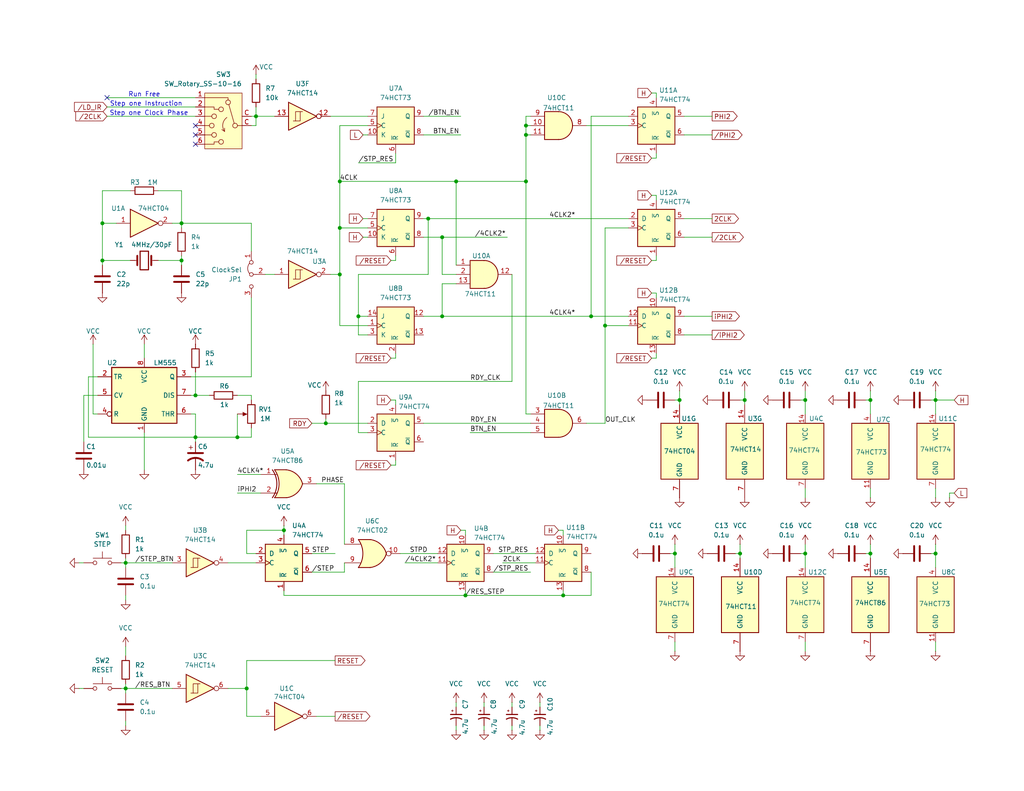
<source format=kicad_sch>
(kicad_sch (version 20250114) (generator "eeschema") (generator_version "9.0")
  (paper "A")
  (title_block (title "TTL 6510 Computer") (date "2025-10-20") (rev "B") (company "Stefan Warnke") (comment 9 "CPU_6502_Opcodes.txt"))
  (text "Run Free" (at 39.37 25.908 0) (effects (font (size 1.27 1.27))))
  (text "Step one Clock Phase" (at 40.64 30.988 0) (effects (font (size 1.27 1.27))))
  (text "Step one Instruction" (at 39.878 28.448 0) (effects (font (size 1.27 1.27))))
  (junction (at 237.49 151.13))
  (junction (at 53.34 119.38))
  (junction (at 49.53 71.12))
  (junction (at 92.71 74.93))
  (junction (at 34.29 187.96))
  (junction (at 97.79 86.36))
  (junction (at 27.94 60.96))
  (junction (at 203.2 109.22))
  (junction (at 77.47 144.78))
  (junction (at 53.34 107.95))
  (junction (at 143.51 36.83))
  (junction (at 237.49 109.22))
  (junction (at 69.85 31.75))
  (junction (at 219.71 109.22))
  (junction (at 165.1 88.9))
  (junction (at 27.94 71.12))
  (junction (at 49.53 60.96))
  (junction (at 92.71 62.23))
  (junction (at 88.9 115.57))
  (junction (at 161.29 86.36))
  (junction (at 201.93 151.13))
  (junction (at 127 162.56))
  (junction (at 116.84 59.69))
  (junction (at 185.42 109.22))
  (junction (at 64.77 119.38))
  (junction (at 34.29 153.67))
  (junction (at 67.31 187.96))
  (junction (at 184.15 151.13))
  (junction (at 219.71 151.13))
  (junction (at 255.27 151.13))
  (junction (at 143.51 34.29))
  (junction (at 124.46 49.53))
  (junction (at 120.65 86.36))
  (junction (at 143.51 49.53))
  (junction (at 255.27 109.22))
  (junction (at 153.67 162.56))
  (junction (at 92.71 49.53))
  (junction (at 120.65 64.77))
  (no_connect (at 53.34 39.37))
  (no_connect (at 53.34 36.83))
  (no_connect (at 29.21 26.67))
  (no_connect (at 53.34 34.29))
  (bus_entry (at 355.6 139.7) (size 2.54 2.54))
  (bus_entry (at 342.9 177.8) (size 2.54 2.54))
  (wire (pts (xy 260.35 134.62) (xy 259.08 134.62)))
  (wire (pts (xy 161.29 31.75) (xy 161.29 86.36)))
  (wire (pts (xy 24.13 119.38) (xy 53.34 119.38)))
  (wire (pts (xy 143.51 49.53) (xy 143.51 113.03)))
  (wire (pts (xy 124.46 49.53) (xy 124.46 72.39)))
  (wire (pts (xy 182.88 151.13) (xy 184.15 151.13)))
  (wire (pts (xy 67.31 187.96) (xy 67.31 195.58)))
  (wire (pts (xy 153.67 162.56) (xy 161.29 162.56)))
  (wire (pts (xy 218.44 151.13) (xy 219.71 151.13)))
  (wire (pts (xy 27.94 71.12) (xy 27.94 60.96)))
  (wire (pts (xy 255.27 148.59) (xy 255.27 151.13)))
  (wire (pts (xy 115.57 59.69) (xy 116.84 59.69)))
  (wire (pts (xy 255.27 113.03) (xy 255.27 109.22)))
  (wire (pts (xy 92.71 74.93) (xy 92.71 88.9)))
  (wire (pts (xy 93.98 132.08) (xy 93.98 148.59)))
  (wire (pts (xy 92.71 49.53) (xy 124.46 49.53)))
  (wire (pts (xy 92.71 34.29) (xy 100.33 34.29)))
  (wire (pts (xy 85.09 151.13) (xy 91.44 151.13)))
  (wire (pts (xy 27.94 60.96) (xy 31.75 60.96)))
  (wire (pts (xy 120.65 64.77) (xy 115.57 64.77)))
  (wire (pts (xy 92.71 62.23) (xy 92.71 74.93)))
  (wire (pts (xy 85.09 156.21) (xy 93.98 156.21)))
  (wire (pts (xy 52.07 102.87) (xy 68.58 102.87)))
  (wire (pts (xy 69.85 31.75) (xy 69.85 34.29)))
  (wire (pts (xy 165.1 115.57) (xy 165.1 88.9)))
  (wire (pts (xy 99.06 36.83) (xy 100.33 36.83)))
  (wire (pts (xy 255.27 106.68) (xy 255.27 109.22)))
  (wire (pts (xy 27.94 60.96) (xy 27.94 52.07)))
  (wire (pts (xy 107.95 97.79) (xy 106.68 97.79)))
  (wire (pts (xy 255.27 109.22) (xy 260.35 109.22)))
  (wire (pts (xy 107.95 96.52) (xy 107.95 97.79)))
  (wire (pts (xy 64.77 113.03) (xy 64.77 119.38)))
  (wire (pts (xy 110.49 153.67) (xy 119.38 153.67)))
  (wire (pts (xy 147.32 198.12) (xy 147.32 199.39)))
  (wire (pts (xy 203.2 109.22) (xy 203.2 110.49)))
  (wire (pts (xy 177.8 80.01) (xy 179.07 80.01)))
  (wire (pts (xy 109.22 151.13) (xy 119.38 151.13)))
  (wire (pts (xy 68.58 102.87) (xy 68.58 81.28)))
  (wire (pts (xy 69.85 151.13) (xy 67.31 151.13)))
  (wire (pts (xy 115.57 31.75) (xy 125.73 31.75)))
  (wire (pts (xy 255.27 151.13) (xy 255.27 154.94)))
  (wire (pts (xy 237.49 106.68) (xy 237.49 109.22)))
  (wire (pts (xy 92.71 88.9) (xy 100.33 88.9)))
  (wire (pts (xy 92.71 34.29) (xy 92.71 49.53)))
  (wire (pts (xy 97.79 86.36) (xy 97.79 91.44)))
  (wire (pts (xy 143.51 36.83) (xy 143.51 49.53)))
  (wire (pts (xy 88.9 114.3) (xy 88.9 115.57)))
  (wire (pts (xy 177.8 25.4) (xy 179.07 25.4)))
  (wire (pts (xy 67.31 144.78) (xy 77.47 144.78)))
  (wire (pts (xy 124.46 191.77) (xy 124.46 193.04)))
  (wire (pts (xy 67.31 180.34) (xy 91.44 180.34)))
  (wire (pts (xy 179.07 71.12) (xy 177.8 71.12)))
  (wire (pts (xy 127 146.05) (xy 127 144.78)))
  (wire (pts (xy 143.51 34.29) (xy 144.78 34.29)))
  (wire (pts (xy 203.2 106.68) (xy 203.2 109.22)))
  (wire (pts (xy 62.23 187.96) (xy 67.31 187.96)))
  (wire (pts (xy 53.34 119.38) (xy 64.77 119.38)))
  (wire (pts (xy 64.77 119.38) (xy 68.58 119.38)))
  (wire (pts (xy 171.45 31.75) (xy 161.29 31.75)))
  (wire (pts (xy 143.51 31.75) (xy 143.51 34.29)))
  (wire (pts (xy 27.94 52.07) (xy 35.56 52.07)))
  (wire (pts (xy 184.15 109.22) (xy 185.42 109.22)))
  (wire (pts (xy 49.53 60.96) (xy 49.53 52.07)))
  (wire (pts (xy 22.86 107.95) (xy 22.86 120.65)))
  (wire (pts (xy 24.13 102.87) (xy 24.13 119.38)))
  (wire (pts (xy 93.98 153.67) (xy 93.98 156.21)))
  (wire (pts (xy 237.49 133.35) (xy 237.49 135.89)))
  (wire (pts (xy 139.7 198.12) (xy 139.7 199.39)))
  (wire (pts (xy 77.47 144.78) (xy 77.47 146.05)))
  (wire (pts (xy 69.85 20.32) (xy 69.85 21.59)))
  (wire (pts (xy 152.4 144.78) (xy 153.67 144.78)))
  (wire (pts (xy 124.46 49.53) (xy 143.51 49.53)))
  (wire (pts (xy 26.67 102.87) (xy 24.13 102.87)))
  (wire (pts (xy 179.07 80.01) (xy 179.07 81.28)))
  (wire (pts (xy 116.84 59.69) (xy 116.84 74.93)))
  (wire (pts (xy 68.58 60.96) (xy 68.58 68.58)))
  (wire (pts (xy 90.17 74.93) (xy 92.71 74.93)))
  (wire (pts (xy 46.99 60.96) (xy 49.53 60.96)))
  (wire (pts (xy 115.57 36.83) (xy 125.73 36.83)))
  (wire (pts (xy 25.4 113.03) (xy 25.4 93.98)))
  (wire (pts (xy 254 109.22) (xy 255.27 109.22)))
  (wire (pts (xy 137.16 153.67) (xy 146.05 153.67)))
  (wire (pts (xy 153.67 161.29) (xy 153.67 162.56)))
  (wire (pts (xy 26.67 113.03) (xy 25.4 113.03)))
  (wire (pts (xy 33.02 153.67) (xy 34.29 153.67)))
  (wire (pts (xy 68.58 34.29) (xy 69.85 34.29)))
  (wire (pts (xy 69.85 29.21) (xy 69.85 31.75)))
  (wire (pts (xy 219.71 148.59) (xy 219.71 151.13)))
  (wire (pts (xy 236.22 151.13) (xy 237.49 151.13)))
  (wire (pts (xy 27.94 71.12) (xy 35.56 71.12)))
  (wire (pts (xy 34.29 196.85) (xy 34.29 198.12)))
  (wire (pts (xy 179.07 25.4) (xy 179.07 26.67)))
  (wire (pts (xy 143.51 34.29) (xy 143.51 36.83)))
  (wire (pts (xy 90.17 31.75) (xy 100.33 31.75)))
  (wire (pts (xy 177.8 53.34) (xy 179.07 53.34)))
  (wire (pts (xy 165.1 115.57) (xy 160.02 115.57)))
  (wire (pts (xy 153.67 144.78) (xy 153.67 146.05)))
  (wire (pts (xy 97.79 104.14) (xy 139.7 104.14)))
  (wire (pts (xy 237.49 148.59) (xy 237.49 151.13)))
  (wire (pts (xy 77.47 143.51) (xy 77.47 144.78)))
  (wire (pts (xy 160.02 34.29) (xy 171.45 34.29)))
  (wire (pts (xy 186.69 59.69) (xy 194.31 59.69)))
  (wire (pts (xy 186.69 86.36) (xy 194.31 86.36)))
  (wire (pts (xy 53.34 107.95) (xy 57.15 107.95)))
  (wire (pts (xy 127 162.56) (xy 153.67 162.56)))
  (wire (pts (xy 97.79 118.11) (xy 100.33 118.11)))
  (wire (pts (xy 120.65 77.47) (xy 120.65 86.36)))
  (wire (pts (xy 68.58 31.75) (xy 69.85 31.75)))
  (wire (pts (xy 255.27 133.35) (xy 255.27 135.89)))
  (wire (pts (xy 139.7 191.77) (xy 139.7 193.04)))
  (wire (pts (xy 53.34 119.38) (xy 53.34 120.65)))
  (wire (pts (xy 185.42 109.22) (xy 185.42 110.49)))
  (wire (pts (xy 53.34 101.6) (xy 53.34 107.95)))
  (wire (pts (xy 107.95 41.91) (xy 107.95 44.45)))
  (wire (pts (xy 88.9 115.57) (xy 100.33 115.57)))
  (wire (pts (xy 34.29 153.67) (xy 46.99 153.67)))
  (wire (pts (xy 68.58 60.96) (xy 49.53 60.96)))
  (wire (pts (xy 237.49 152.4) (xy 237.49 151.13)))
  (wire (pts (xy 99.06 64.77) (xy 100.33 64.77)))
  (wire (pts (xy 179.07 97.79) (xy 179.07 96.52)))
  (wire (pts (xy 107.95 109.22) (xy 107.95 110.49)))
  (wire (pts (xy 97.79 104.14) (xy 97.79 118.11)))
  (wire (pts (xy 34.29 152.4) (xy 34.29 153.67)))
  (wire (pts (xy 115.57 86.36) (xy 120.65 86.36)))
  (wire (pts (xy 186.69 64.77) (xy 194.31 64.77)))
  (wire (pts (xy 39.37 93.98) (xy 39.37 97.79)))
  (wire (pts (xy 26.67 107.95) (xy 22.86 107.95)))
  (wire (pts (xy 69.85 31.75) (xy 74.93 31.75)))
  (wire (pts (xy 49.53 71.12) (xy 49.53 72.39)))
  (wire (pts (xy 77.47 161.29) (xy 77.47 162.56)))
  (wire (pts (xy 144.78 31.75) (xy 143.51 31.75)))
  (wire (pts (xy 29.21 29.21) (xy 53.34 29.21)))
  (wire (pts (xy 39.37 118.11) (xy 39.37 128.27)))
  (wire (pts (xy 120.65 74.93) (xy 120.65 64.77)))
  (wire (pts (xy 67.31 180.34) (xy 67.31 187.96)))
  (wire (pts (xy 139.7 74.93) (xy 139.7 104.14)))
  (wire (pts (xy 67.31 151.13) (xy 67.31 144.78)))
  (wire (pts (xy 43.18 71.12) (xy 49.53 71.12)))
  (wire (pts (xy 186.69 91.44) (xy 194.31 91.44)))
  (wire (pts (xy 85.09 115.57) (xy 88.9 115.57)))
  (wire (pts (xy 124.46 77.47) (xy 120.65 77.47)))
  (wire (pts (xy 115.57 115.57) (xy 144.78 115.57)))
  (wire (pts (xy 64.77 107.95) (xy 68.58 107.95)))
  (wire (pts (xy 143.51 36.83) (xy 144.78 36.83)))
  (wire (pts (xy 177.8 97.79) (xy 179.07 97.79)))
  (wire (pts (xy 49.53 52.07) (xy 43.18 52.07)))
  (wire (pts (xy 77.47 162.56) (xy 127 162.56)))
  (wire (pts (xy 71.12 195.58) (xy 67.31 195.58)))
  (wire (pts (xy 201.93 148.59) (xy 201.93 151.13)))
  (wire (pts (xy 161.29 86.36) (xy 171.45 86.36)))
  (wire (pts (xy 147.32 191.77) (xy 147.32 193.04)))
  (wire (pts (xy 124.46 198.12) (xy 124.46 199.39)))
  (wire (pts (xy 179.07 43.18) (xy 179.07 41.91)))
  (wire (pts (xy 68.58 109.22) (xy 68.58 107.95)))
  (wire (pts (xy 29.21 31.75) (xy 53.34 31.75)))
  (wire (pts (xy 99.06 59.69) (xy 100.33 59.69)))
  (wire (pts (xy 165.1 62.23) (xy 171.45 62.23)))
  (wire (pts (xy 86.36 132.08) (xy 93.98 132.08)))
  (wire (pts (xy 34.29 187.96) (xy 46.99 187.96)))
  (wire (pts (xy 120.65 64.77) (xy 138.43 64.77)))
  (wire (pts (xy 107.95 127) (xy 106.68 127)))
  (wire (pts (xy 21.59 153.67) (xy 22.86 153.67)))
  (wire (pts (xy 219.71 109.22) (xy 219.71 113.03)))
  (wire (pts (xy 29.21 26.67) (xy 53.34 26.67)))
  (wire (pts (xy 124.46 74.93) (xy 120.65 74.93)))
  (wire (pts (xy 127 161.29) (xy 127 162.56)))
  (wire (pts (xy 134.62 156.21) (xy 144.78 156.21)))
  (wire (pts (xy 97.79 86.36) (xy 100.33 86.36)))
  (wire (pts (xy 219.71 154.94) (xy 219.71 151.13)))
  (wire (pts (xy 259.08 134.62) (xy 259.08 135.89)))
  (wire (pts (xy 34.29 187.96) (xy 34.29 189.23)))
  (wire (pts (xy 68.58 119.38) (xy 68.58 116.84)))
  (wire (pts (xy 219.71 106.68) (xy 219.71 109.22)))
  (wire (pts (xy 34.29 143.51) (xy 34.29 144.78)))
  (wire (pts (xy 161.29 156.21) (xy 161.29 162.56)))
  (wire (pts (xy 254 151.13) (xy 255.27 151.13)))
  (wire (pts (xy 97.79 44.45) (xy 107.95 44.45)))
  (wire (pts (xy 184.15 175.26) (xy 184.15 177.8)))
  (wire (pts (xy 62.23 153.67) (xy 69.85 153.67)))
  (wire (pts (xy 132.08 191.77) (xy 132.08 193.04)))
  (wire (pts (xy 219.71 175.26) (xy 219.71 177.8)))
  (wire (pts (xy 106.68 109.22) (xy 107.95 109.22)))
  (wire (pts (xy 200.66 151.13) (xy 201.93 151.13)))
  (wire (pts (xy 218.44 109.22) (xy 219.71 109.22)))
  (wire (pts (xy 33.02 187.96) (xy 34.29 187.96)))
  (wire (pts (xy 72.39 74.93) (xy 74.93 74.93)))
  (wire (pts (xy 186.69 31.75) (xy 194.31 31.75)))
  (wire (pts (xy 53.34 113.03) (xy 52.07 113.03)))
  (wire (pts (xy 255.27 175.26) (xy 255.27 177.8)))
  (wire (pts (xy 107.95 69.85) (xy 107.95 71.12)))
  (wire (pts (xy 120.65 86.36) (xy 161.29 86.36)))
  (wire (pts (xy 97.79 74.93) (xy 97.79 86.36)))
  (wire (pts (xy 64.77 129.54) (xy 71.12 129.54)))
  (wire (pts (xy 97.79 91.44) (xy 100.33 91.44)))
  (wire (pts (xy 53.34 119.38) (xy 53.34 113.03)))
  (wire (pts (xy 165.1 62.23) (xy 165.1 88.9)))
  (wire (pts (xy 179.07 69.85) (xy 179.07 71.12)))
  (wire (pts (xy 34.29 186.69) (xy 34.29 187.96)))
  (wire (pts (xy 177.8 43.18) (xy 179.07 43.18)))
  (wire (pts (xy 201.93 109.22) (xy 203.2 109.22)))
  (wire (pts (xy 116.84 74.93) (xy 97.79 74.93)))
  (wire (pts (xy 100.33 62.23) (xy 92.71 62.23)))
  (wire (pts (xy 49.53 62.23) (xy 49.53 60.96)))
  (wire (pts (xy 132.08 198.12) (xy 132.08 199.39)))
  (wire (pts (xy 34.29 153.67) (xy 34.29 154.94)))
  (wire (pts (xy 185.42 106.68) (xy 185.42 109.22)))
  (wire (pts (xy 165.1 88.9) (xy 171.45 88.9)))
  (wire (pts (xy 27.94 72.39) (xy 27.94 71.12)))
  (wire (pts (xy 86.36 195.58) (xy 91.44 195.58)))
  (wire (pts (xy 236.22 109.22) (xy 237.49 109.22)))
  (wire (pts (xy 184.15 148.59) (xy 184.15 151.13)))
  (wire (pts (xy 237.49 109.22) (xy 237.49 113.03)))
  (wire (pts (xy 34.29 176.53) (xy 34.29 179.07)))
  (wire (pts (xy 116.84 59.69) (xy 171.45 59.69)))
  (wire (pts (xy 64.77 134.62) (xy 71.12 134.62)))
  (wire (pts (xy 34.29 162.56) (xy 34.29 163.83)))
  (wire (pts (xy 127 144.78) (xy 125.73 144.78)))
  (wire (pts (xy 107.95 125.73) (xy 107.95 127)))
  (wire (pts (xy 52.07 107.95) (xy 53.34 107.95)))
  (wire (pts (xy 21.59 187.96) (xy 22.86 187.96)))
  (wire (pts (xy 219.71 133.35) (xy 219.71 135.89)))
  (wire (pts (xy 107.95 71.12) (xy 106.68 71.12)))
  (wire (pts (xy 128.27 118.11) (xy 144.78 118.11)))
  (wire (pts (xy 179.07 53.34) (xy 179.07 54.61)))
  (wire (pts (xy 134.62 151.13) (xy 146.05 151.13)))
  (wire (pts (xy 184.15 151.13) (xy 184.15 154.94)))
  (wire (pts (xy 186.69 36.83) (xy 194.31 36.83)))
  (wire (pts (xy 143.51 113.03) (xy 144.78 113.03)))
  (wire (pts (xy 201.93 152.4) (xy 201.93 151.13)))
  (wire (pts (xy 92.71 49.53) (xy 92.71 62.23)))
  (wire (pts (xy 49.53 69.85) (xy 49.53 71.12)))
  (label "{slash}RES_STEP" (at 127 162.56 0))
  (label "4CLK2*" (at 149.86 59.69 0))
  (label "BTN_EN" (at 118.11 36.83 0))
  (label "PHASE" (at 87.63 132.08 0))
  (label "4CLK4*" (at 64.77 129.54 0))
  (label "STP_RES" (at 135.89 151.13 0))
  (label "RDY_CLK" (at 128.27 104.14 0))
  (label "{slash}BTN_EN" (at 116.84 31.75 0))
  (label "BTN_EN" (at 128.27 118.11 0))
  (label "2CLK" (at 137.16 153.67 0))
  (label "{slash}STEP_BTN" (at 36.83 153.67 0))
  (label "STPD" (at 111.76 151.13 0))
  (label "{slash}4CLK2*" (at 129.54 64.77 0))
  (label "{slash}RES_BTN" (at 36.83 187.96 0))
  (label "{slash}STP_RES" (at 97.79 44.45 0))
  (label "OUT_CLK" (at 165.1 115.57 0))
  (label "iPHI2" (at 64.77 134.62 0))
  (label "4CLK4*" (at 149.86 86.36 0))
  (label "{slash}STP_RES" (at 134.62 156.21 0))
  (label "STEP" (at 85.09 151.13 0))
  (label "RDY_EN" (at 128.27 115.57 0))
  (label "{slash}4CLK2*" (at 110.49 153.67 0))
  (label "4CLK" (at 92.71 49.53 0))
  (label "{slash}STEP" (at 85.09 156.21 0))
  (global_label "{slash}2CLK" (shape input) (at 29.21 31.75 180) (property "Intersheetrefs" "${INTERSHEET_REFS}" (effects (hide yes))))
  (global_label "{slash}iPHI2" (shape output) (at 194.31 91.44 0) (effects (font (thickness 0.1588))) (property "Intersheetrefs" "${INTERSHEET_REFS}" (effects (hide yes))))
  (global_label "2CLK" (shape output) (at 194.31 59.69 0) (property "Intersheetrefs" "${INTERSHEET_REFS}" (effects (hide yes))))
  (global_label "H" (shape input) (at 177.8 80.01 180) (property "Intersheetrefs" "${INTERSHEET_REFS}" (effects (hide yes))))
  (global_label "H" (shape input) (at 260.35 109.22 0) (property "Intersheetrefs" "${INTERSHEET_REFS}" (effects (hide yes))))
  (global_label "H" (shape input) (at 125.73 144.78 180) (property "Intersheetrefs" "${INTERSHEET_REFS}" (effects (hide yes))))
  (global_label "{slash}RESET" (shape input) (at 177.8 43.18 180) (property "Intersheetrefs" "${INTERSHEET_REFS}" (effects (hide yes))))
  (global_label "{slash}LD_IR" (shape input) (at 29.21 29.21 180) (property "Intersheetrefs" "${INTERSHEET_REFS}" (effects (hide yes))))
  (global_label "H" (shape input) (at 99.06 64.77 180) (property "Intersheetrefs" "${INTERSHEET_REFS}" (effects (hide yes))))
  (global_label "RDY" (shape input) (at 85.09 115.57 180) (effects (font (thickness 0.1588))) (property "Intersheetrefs" "${INTERSHEET_REFS}" (effects (hide yes))))
  (global_label "{slash}RESET" (shape input) (at 106.68 71.12 180) (property "Intersheetrefs" "${INTERSHEET_REFS}" (effects (hide yes))))
  (global_label "L" (shape input) (at 99.06 36.83 180) (property "Intersheetrefs" "${INTERSHEET_REFS}" (effects (hide yes))))
  (global_label "H" (shape input) (at 106.68 109.22 180) (property "Intersheetrefs" "${INTERSHEET_REFS}" (effects (hide yes))))
  (global_label "{slash}RESET" (shape input) (at 106.68 127 180) (property "Intersheetrefs" "${INTERSHEET_REFS}" (effects (hide yes))))
  (global_label "H" (shape input) (at 99.06 59.69 180) (property "Intersheetrefs" "${INTERSHEET_REFS}" (effects (hide yes))))
  (global_label "L" (shape input) (at 260.35 134.62 0) (property "Intersheetrefs" "${INTERSHEET_REFS}" (effects (hide yes))))
  (global_label "iPHI2" (shape output) (at 194.31 86.36 0) (effects (font (thickness 0.1588))) (property "Intersheetrefs" "${INTERSHEET_REFS}" (effects (hide yes))))
  (global_label "RESET" (shape output) (at 91.44 180.34 0) (property "Intersheetrefs" "${INTERSHEET_REFS}" (effects (hide yes))))
  (global_label "H" (shape input) (at 152.4 144.78 180) (property "Intersheetrefs" "${INTERSHEET_REFS}" (effects (hide yes))))
  (global_label "{slash}RESET" (shape input) (at 177.8 71.12 180) (property "Intersheetrefs" "${INTERSHEET_REFS}" (effects (hide yes))))
  (global_label "{slash}RESET" (shape output) (at 91.44 195.58 0) (property "Intersheetrefs" "${INTERSHEET_REFS}" (effects (hide yes))))
  (global_label "PHI2" (shape output) (at 194.31 31.75 0) (effects (font (thickness 0.1588))) (property "Intersheetrefs" "${INTERSHEET_REFS}" (effects (hide yes))))
  (global_label "{slash}RESET" (shape input) (at 177.8 97.79 180) (property "Intersheetrefs" "${INTERSHEET_REFS}" (effects (hide yes))))
  (global_label "H" (shape input) (at 177.8 53.34 180) (property "Intersheetrefs" "${INTERSHEET_REFS}" (effects (hide yes))))
  (global_label "{slash}PHI2" (shape output) (at 194.31 36.83 0) (effects (font (thickness 0.1588))) (property "Intersheetrefs" "${INTERSHEET_REFS}" (effects (hide yes))))
  (global_label "H" (shape input) (at 177.8 25.4 180) (property "Intersheetrefs" "${INTERSHEET_REFS}" (effects (hide yes))))
  (global_label "{slash}2CLK" (shape output) (at 194.31 64.77 0) (property "Intersheetrefs" "${INTERSHEET_REFS}" (effects (hide yes))))
  (global_label "{slash}RESET" (shape input) (at 106.68 97.79 180) (property "Intersheetrefs" "${INTERSHEET_REFS}" (effects (hide yes))))
  (symbol (lib_id "8bit-computer-rescue:POT-8bit-computer-rescue") (at 68.58 113.03 180) (unit 1)
    (property "Reference" "RV1" (at 72.39 111.76 0))
    (property "Value" "1M" (at 72.39 114.3 0))
    (property "Footprint" "Potentiometer_THT:Potentiometer_ACP_CA6-H2,5_Horizontal" (effects (hide yes)))
    (property "Datasheet" "https://www.bourns.com/docs/Product-Datasheets/pv37.pdf" (effects (hide yes)))
    (property "OrderInfo" "https://www.digikey.com/en/products/detail/bourns-inc/PV37W105C01B00/666599" (effects (hide yes)))
  )
  (symbol (lib_id "power:GND") (at 210.82 109.22 270) (unit 1)
    (property "Reference" "#PWR038" (effects (hide yes)))
    (property "Value" "GND" (effects (hide yes)))
    (property "Description" "Power symbol creates a global label with name \"GND\" , ground" (effects (hide yes)))
  )
  (symbol (lib_id "Device:C") (at 34.29 158.75 0) (unit 1)
    (property "Reference" "C3" (at 38.1 157.4799 0) (effects (justify left)))
    (property "Value" "0.1u" (at 38.1 160.0199 0) (effects (justify left)))
    (property "Footprint" "Capacitor_THT:C_Disc_D7.5mm_W2.5mm_P5.00mm" (effects (hide yes)))
    (property "Description" "Unpolarized capacitor" (effects (hide yes)))
    (property "OrderInfo" "https://www.digikey.com/en/products/detail/kemet/C320C104M5R5TA/3726028" (effects (hide yes)))
  )
  (symbol (lib_id "power:GND") (at 228.6 151.13 270) (unit 1)
    (property "Reference" "#PWR045" (effects (hide yes)))
    (property "Value" "GND" (effects (hide yes)))
    (property "Description" "Power symbol creates a global label with name \"GND\" , ground" (effects (hide yes)))
  )
  (symbol (lib_id "Device:C") (at 250.19 151.13 90) (unit 1)
    (property "Reference" "C20" (at 250.19 143.51 90))
    (property "Value" "0.1u" (at 250.19 146.05 90))
    (property "Footprint" "Project Library:C_Disc_D7.5mm_W2.5mm_P7.62mm" (effects (hide yes)))
    (property "Description" "Unpolarized capacitor" (effects (hide yes)))
    (property "OrderInfo" "https://www.digikey.com/en/products/detail/kemet/C320C104M5R5TA/3726028" (effects (hide yes)))
  )
  (symbol (lib_id "power:GND") (at 124.46 199.39 0) (unit 1)
    (property "Reference" "#PWR019" (effects (hide yes)))
    (property "Value" "GND" (effects (hide yes)))
    (property "Description" "Power symbol creates a global label with name \"GND\" , ground" (effects (hide yes)))
  )
  (symbol (lib_id "power:GND") (at 132.08 199.39 0) (unit 1)
    (property "Reference" "#PWR021" (effects (hide yes)))
    (property "Value" "GND" (effects (hide yes)))
    (property "Description" "Power symbol creates a global label with name \"GND\" , ground" (effects (hide yes)))
  )
  (symbol (lib_id "74xx:74LS11") (at 152.4 34.29 0) (unit 3)
    (property "Reference" "U10" (at 151.892 26.67 0))
    (property "Value" "74HCT11" (at 152.4 29.464 0))
    (property "Footprint" "Package_DIP:DIP-14_W7.62mm_Socket" (effects (hide yes)))
    (property "Datasheet" "http://www.ti.com/lit/gpn/sn74LS11" (effects (hide yes)))
    (property "Description" "Triple 3-input AND" (effects (hide yes)))
    (property "OrderInfo" "https://www.digikey.com/en/products/detail/texas-instruments/CD74HCT11E/38248" (effects (hide yes)))
  )
  (symbol (lib_id "power:GND") (at 237.49 177.8 0) (unit 1)
    (property "Reference" "#PWR049" (effects (hide yes)))
    (property "Value" "GND" (effects (hide yes)))
    (property "Description" "Power symbol creates a global label with name \"GND\" , ground" (effects (hide yes)))
  )
  (symbol (lib_id "74xx:74HCT04") (at 185.42 123.19 0) (unit 7)
    (property "Reference" "U1" (at 187.96 114.3 0))
    (property "Value" "74HCT04" (at 185.42 123.19 0))
    (property "Footprint" "Package_DIP:DIP-14_W7.62mm_Socket" (effects (hide yes)))
    (property "Datasheet" "https://assets.nexperia.com/documents/data-sheet/74HC_HCT04.pdf" (effects (hide yes)))
    (property "Description" "Hex Inverter" (effects (hide yes)))
    (property "OrderInfo" "https://www.digikey.com/en/products/detail/texas-instruments/SN74HCT04N/277251" (effects (hide yes)))
  )
  (symbol (lib_id "Device:C") (at 198.12 109.22 90) (unit 1)
    (property "Reference" "C14" (at 198.12 101.6 90))
    (property "Value" "0.1u" (at 198.12 104.14 90))
    (property "Footprint" "Project Library:C_Disc_D7.5mm_W2.5mm_P7.62mm" (effects (hide yes)))
    (property "Description" "Unpolarized capacitor" (effects (hide yes)))
    (property "OrderInfo" "https://www.digikey.com/en/products/detail/kemet/C320C104M5R5TA/3726028" (effects (hide yes)))
  )
  (symbol (lib_id "Device:C") (at 22.86 124.46 0) (unit 1)
    (property "Reference" "C1" (at 23.495 121.92 0) (effects (justify left)))
    (property "Value" "0.01u" (at 23.495 127 0) (effects (justify left)))
    (property "Footprint" "Capacitor_THT:C_Disc_D4.3mm_W1.9mm_P5.00mm" (effects (hide yes)))
    (property "OrderInfo" "https://www.digikey.com/en/products/detail/kemet/C315C103M5U5TA/817926" (effects (hide yes)))
  )
  (symbol (lib_id "power:+5V") (at 185.42 106.68 0) (unit 1)
    (property "Reference" "#PWR030" (effects (hide yes)))
    (property "Value" "VCC" (at 185.42 101.6 0))
    (property "Description" "Power symbol creates a global label with name \"+5V\"" (effects (hide yes)))
  )
  (symbol (lib_id "74xx:74HCT04") (at 78.74 195.58 0) (unit 3)
    (property "Reference" "U1" (at 78.232 187.96 0))
    (property "Value" "74HCT04" (at 78.994 190.246 0))
    (property "Footprint" "Package_DIP:DIP-14_W7.62mm_Socket" (effects (hide yes)))
    (property "Datasheet" "https://assets.nexperia.com/documents/data-sheet/74HC_HCT04.pdf" (effects (hide yes)))
    (property "Description" "Hex Inverter" (effects (hide yes)))
    (property "OrderInfo" "https://www.digikey.com/en/products/detail/texas-instruments/SN74HCT04N/277251" (effects (hide yes)))
  )
  (symbol (lib_id "power:GND") (at 219.71 177.8 0) (unit 1)
    (property "Reference" "#PWR043" (effects (hide yes)))
    (property "Value" "GND" (effects (hide yes)))
    (property "Description" "Power symbol creates a global label with name \"GND\" , ground" (effects (hide yes)))
  )
  (symbol (lib_id "74xx:74HC86") (at 237.49 165.1 0) (unit 5)
    (property "Reference" "U5" (at 240.284 156.21 0))
    (property "Value" "74HCT86" (at 237.49 164.592 0))
    (property "Footprint" "Package_DIP:DIP-14_W7.62mm_Socket" (effects (hide yes)))
    (property "Datasheet" "http://www.ti.com/lit/gpn/sn74HC86" (effects (hide yes)))
    (property "Description" "Quad 2-input XOR" (effects (hide yes)))
    (property "OrderInfo" "https://www.digikey.com/en/products/detail/texas-instruments/CD74HCT86E/38774" (effects (hide yes)))
  )
  (symbol (lib_id "74xx:74LS73") (at 107.95 34.29 0) (unit 1)
    (property "Reference" "U7" (at 107.95 24.13 0))
    (property "Value" "74HCT73" (at 107.95 26.67 0))
    (property "Footprint" "Package_DIP:DIP-14_W7.62mm_Socket" (effects (hide yes)))
    (property "Datasheet" "http://www.ti.com/lit/gpn/sn74LS73" (effects (hide yes)))
    (property "Description" "Dual JK Flip-Flop, reset" (effects (hide yes)))
    (property "OrderInfo" "https://www.digikey.com/en/products/detail/texas-instruments/CD74HCT73E/386078" (effects (hide yes)))
  )
  (symbol (lib_id "power:GND") (at 255.27 135.89 0) (unit 1)
    (property "Reference" "#PWR053" (effects (hide yes)))
    (property "Value" "GND" (effects (hide yes)))
    (property "Description" "Power symbol creates a global label with name \"GND\" , ground" (effects (hide yes)))
  )
  (symbol (lib_id "Device:C") (at 214.63 109.22 90) (unit 1)
    (property "Reference" "C15" (at 214.63 101.6 90))
    (property "Value" "0.1u" (at 214.63 104.14 90))
    (property "Footprint" "Project Library:C_Disc_D7.5mm_W2.5mm_P7.62mm" (effects (hide yes)))
    (property "Description" "Unpolarized capacitor" (effects (hide yes)))
    (property "OrderInfo" "https://www.digikey.com/en/products/detail/kemet/C320C104M5R5TA/3726028" (effects (hide yes)))
  )
  (symbol (lib_id "power:GND") (at 139.7 199.39 0) (unit 1)
    (property "Reference" "#PWR023" (effects (hide yes)))
    (property "Value" "GND" (effects (hide yes)))
    (property "Description" "Power symbol creates a global label with name \"GND\" , ground" (effects (hide yes)))
  )
  (symbol (lib_id "74xx:74HCT74") (at 179.07 88.9 0) (unit 2)
    (property "Reference" "U12" (at 179.832 79.248 0) (effects (justify left)))
    (property "Value" "74HCT74" (at 179.832 81.788 0) (effects (justify left)))
    (property "Footprint" "Package_DIP:DIP-14_W7.62mm_Socket" (effects (hide yes)))
    (property "Datasheet" "https://assets.nexperia.com/documents/data-sheet/74HC_HCT74.pdf" (effects (hide yes)))
    (property "Description" "Dual D Flip-flop, Set & Reset" (effects (hide yes)))
    (property "OrderInfo" "https://www.digikey.com/en/products/detail/texas-instruments/SN74HCT74N/277271" (effects (hide yes)))
  )
  (symbol (lib_id "power:GND") (at 27.94 80.01 0) (unit 1)
    (property "Reference" "#PWR05" (effects (hide yes)))
    (property "Value" "GND" (effects (hide yes)))
    (property "Description" "Power symbol creates a global label with name \"GND\" , ground" (effects (hide yes)))
  )
  (symbol (lib_id "74xx:74HCT74") (at 219.71 165.1 0) (unit 3)
    (property "Reference" "U12" (at 220.472 156.21 0) (effects (justify left)))
    (property "Value" "74HCT74" (at 215.392 164.592 0) (effects (justify left)))
    (property "Footprint" "Package_DIP:DIP-14_W7.62mm_Socket" (effects (hide yes)))
    (property "Datasheet" "https://assets.nexperia.com/documents/data-sheet/74HC_HCT74.pdf" (effects (hide yes)))
    (property "Description" "Dual D Flip-flop, Set & Reset" (effects (hide yes)))
    (property "OrderInfo" "https://www.digikey.com/en/products/detail/texas-instruments/SN74HCT74N/277271" (effects (hide yes)))
  )
  (symbol (lib_id "power:+5V") (at 25.4 93.98 0) (unit 1)
    (property "Reference" "#PWR04" (effects (hide yes)))
    (property "Value" "VCC" (at 25.4 90.424 0))
    (property "Description" "Power symbol creates a global label with name \"+5V\"" (effects (hide yes)))
  )
  (symbol (lib_id "power:+5V") (at 237.49 106.68 0) (unit 1)
    (property "Reference" "#PWR046" (effects (hide yes)))
    (property "Value" "VCC" (at 237.49 101.6 0))
    (property "Description" "Power symbol creates a global label with name \"+5V\"" (effects (hide yes)))
  )
  (symbol (lib_id "Device:C") (at 180.34 109.22 90) (unit 1)
    (property "Reference" "C12" (at 180.34 101.6 90))
    (property "Value" "0.1u" (at 180.34 104.14 90))
    (property "Footprint" "Project Library:C_Disc_D7.5mm_W2.5mm_P7.62mm" (effects (hide yes)))
    (property "Description" "Unpolarized capacitor" (effects (hide yes)))
    (property "OrderInfo" "https://www.digikey.com/en/products/detail/kemet/C320C104M5R5TA/3726028" (effects (hide yes)))
  )
  (symbol (lib_id "74xx:74HCT74") (at 179.07 34.29 0) (unit 1)
    (property "Reference" "U11" (at 179.832 24.638 0) (effects (justify left)))
    (property "Value" "74HCT74" (at 179.832 27.178 0) (effects (justify left)))
    (property "Footprint" "Package_DIP:DIP-14_W7.62mm_Socket" (effects (hide yes)))
    (property "Datasheet" "https://assets.nexperia.com/documents/data-sheet/74HC_HCT74.pdf" (effects (hide yes)))
    (property "Description" "Dual D Flip-flop, Set & Reset" (effects (hide yes)))
    (property "OrderInfo" "https://www.digikey.com/en/products/detail/texas-instruments/SN74HCT74N/277271" (effects (hide yes)))
  )
  (symbol (lib_id "power:GND") (at 194.31 109.22 270) (unit 1)
    (property "Reference" "#PWR033" (effects (hide yes)))
    (property "Value" "GND" (effects (hide yes)))
    (property "Description" "Power symbol creates a global label with name \"GND\" , ground" (effects (hide yes)))
  )
  (symbol (lib_id "Device:C_Polarized_Small_US") (at 124.46 195.58 0) (unit 1)
    (property "Reference" "C7" (at 127 192.278 90))
    (property "Value" "4.7u" (at 127 198.374 90))
    (property "Footprint" "Project Library:C_Disc_D7.5mm_W2.5mm_P7.62mm" (effects (hide yes)))
    (property "Description" "Polarized capacitor, small US symbol" (effects (hide yes)))
    (property "OrderInfo" "https://www.digikey.com/en/products/detail/kyocera-avx/TAP475M010SCS/1472017" (effects (hide yes)))
  )
  (symbol (lib_id "power:+5V") (at 201.93 148.59 0) (unit 1)
    (property "Reference" "#PWR034" (effects (hide yes)))
    (property "Value" "VCC" (at 201.93 143.51 0))
    (property "Description" "Power symbol creates a global label with name \"+5V\"" (effects (hide yes)))
  )
  (symbol (lib_id "power:+5V") (at 39.37 93.98 0) (unit 1)
    (property "Reference" "#PWR010" (effects (hide yes)))
    (property "Value" "VCC" (at 39.37 90.424 0))
    (property "Description" "Power symbol creates a global label with name \"+5V\"" (effects (hide yes)))
  )
  (symbol (lib_id "power:GND") (at 34.29 198.12 0) (unit 1)
    (property "Reference" "#PWR09" (effects (hide yes)))
    (property "Value" "GND" (effects (hide yes)))
    (property "Description" "Power symbol creates a global label with name \"GND\" , ground" (effects (hide yes)))
  )
  (symbol (lib_id "74xx:74HCT02") (at 101.6 151.13 0) (unit 3)
    (property "Reference" "U6" (at 101.6 142.24 0))
    (property "Value" "74HCT02" (at 101.6 144.78 0))
    (property "Footprint" "Package_DIP:DIP-14_W7.62mm_Socket" (effects (hide yes)))
    (property "Datasheet" "http://www.ti.com/lit/gpn/sn74hct02" (effects (hide yes)))
    (property "Description" "quad 2-input NOR gate" (effects (hide yes)))
    (property "OrderInfo" "https://www.digikey.com/en/products/detail/texas-instruments/CD74HCT02E/38234" (effects (hide yes)))
  )
  (symbol (lib_id "74xx:74HC86") (at 78.74 132.08 0) (unit 1)
    (property "Reference" "U5" (at 78.4352 123.19 0))
    (property "Value" "74HCT86" (at 78.4352 125.73 0))
    (property "Footprint" "Package_DIP:DIP-14_W7.62mm_Socket" (effects (hide yes)))
    (property "Datasheet" "http://www.ti.com/lit/gpn/sn74HC86" (effects (hide yes)))
    (property "Description" "Quad 2-input XOR" (effects (hide yes)))
    (property "OrderInfo" "https://www.digikey.com/en/products/detail/texas-instruments/CD74HCT86E/38774" (effects (hide yes)))
  )
  (symbol (lib_id "power:GND") (at 210.82 151.13 270) (unit 1)
    (property "Reference" "#PWR039" (effects (hide yes)))
    (property "Value" "GND" (effects (hide yes)))
    (property "Description" "Power symbol creates a global label with name \"GND\" , ground" (effects (hide yes)))
  )
  (symbol (lib_id "power:GND") (at 203.2 135.89 0) (unit 1)
    (property "Reference" "#PWR037" (effects (hide yes)))
    (property "Value" "GND" (effects (hide yes)))
    (property "Description" "Power symbol creates a global label with name \"GND\" , ground" (effects (hide yes)))
  )
  (symbol (lib_id "74xx:74LS11") (at 201.93 165.1 0) (unit 4)
    (property "Reference" "U10" (at 205.486 156.21 0))
    (property "Value" "74HCT11" (at 202.184 165.608 0))
    (property "Footprint" "Package_DIP:DIP-14_W7.62mm_Socket" (effects (hide yes)))
    (property "Datasheet" "http://www.ti.com/lit/gpn/sn74LS11" (effects (hide yes)))
    (property "Description" "Triple 3-input AND" (effects (hide yes)))
    (property "OrderInfo" "https://www.digikey.com/en/products/detail/texas-instruments/CD74HCT11E/38248" (effects (hide yes)))
  )
  (symbol (lib_id "74xx:74HC14") (at 203.2 123.19 0) (unit 7)
    (property "Reference" "U3" (at 205.994 114.3 0))
    (property "Value" "74HCT14" (at 203.454 122.682 0))
    (property "Footprint" "Package_DIP:DIP-14_W7.62mm_Socket" (effects (hide yes)))
    (property "Datasheet" "http://www.ti.com/lit/gpn/sn74HC14" (effects (hide yes)))
    (property "Description" "Hex inverter schmitt trigger" (effects (hide yes)))
    (property "OrderInfo" "https://www.digikey.com/en/products/detail/texas-instruments/SN74HCT14N/376852" (effects (hide yes)))
  )
  (symbol (lib_id "Device:C") (at 196.85 151.13 90) (unit 1)
    (property "Reference" "C13" (at 196.85 143.51 90))
    (property "Value" "0.1u" (at 196.85 146.05 90))
    (property "Footprint" "Project Library:C_Disc_D7.5mm_W2.5mm_P7.62mm" (effects (hide yes)))
    (property "Description" "Unpolarized capacitor" (effects (hide yes)))
    (property "OrderInfo" "https://www.digikey.com/en/products/detail/kemet/C320C104M5R5TA/3726028" (effects (hide yes)))
  )
  (symbol (lib_id "74xx:74HC14") (at 82.55 74.93 0) (unit 1)
    (property "Reference" "U3" (at 87.122 71.374 0))
    (property "Value" "74HCT14" (at 82.55 68.58 0))
    (property "Footprint" "Package_DIP:DIP-14_W7.62mm_Socket" (effects (hide yes)))
    (property "Datasheet" "http://www.ti.com/lit/gpn/sn74HC14" (effects (hide yes)))
    (property "Description" "Hex inverter schmitt trigger" (effects (hide yes)))
    (property "OrderInfo" "https://www.digikey.com/en/products/detail/texas-instruments/SN74HCT14N/376852" (effects (hide yes)))
  )
  (symbol (lib_id "power:+5V") (at 69.85 20.32 0) (unit 1)
    (property "Reference" "#PWR015" (effects (hide yes)))
    (property "Value" "VCC" (at 72.644 18.288 0))
    (property "Description" "Power symbol creates a global label with name \"+5V\"" (effects (hide yes)))
  )
  (symbol (lib_id "power:GND") (at 22.86 128.27 0) (unit 1)
    (property "Reference" "#PWR03" (effects (hide yes)))
    (property "Value" "GND" (effects (hide yes)))
    (property "Description" "Power symbol creates a global label with name \"GND\" , ground" (effects (hide yes)))
  )
  (symbol (lib_id "power:+5V") (at 34.29 176.53 0) (unit 1)
    (property "Reference" "#PWR08" (effects (hide yes)))
    (property "Value" "VCC" (at 34.29 171.45 0))
    (property "Description" "Power symbol creates a global label with name \"+5V\"" (effects (hide yes)))
  )
  (symbol (lib_id "power:+5V") (at 203.2 106.68 0) (unit 1)
    (property "Reference" "#PWR036" (effects (hide yes)))
    (property "Value" "VCC" (at 203.2 101.6 0))
    (property "Description" "Power symbol creates a global label with name \"+5V\"" (effects (hide yes)))
  )
  (symbol (lib_id "74xx:74HCT74") (at 184.15 165.1 0) (unit 3)
    (property "Reference" "U9" (at 185.166 156.21 0) (effects (justify left)))
    (property "Value" "74HCT74" (at 179.578 164.846 0) (effects (justify left)))
    (property "Footprint" "Package_DIP:DIP-14_W7.62mm_Socket" (effects (hide yes)))
    (property "Datasheet" "https://assets.nexperia.com/documents/data-sheet/74HC_HCT74.pdf" (effects (hide yes)))
    (property "Description" "Dual D Flip-flop, Set & Reset" (effects (hide yes)))
    (property "OrderInfo" "https://www.digikey.com/en/products/detail/texas-instruments/SN74HCT74N/277271" (effects (hide yes)))
  )
  (symbol (lib_id "power:+5V") (at 139.7 191.77 0) (unit 1)
    (property "Reference" "#PWR022" (effects (hide yes)))
    (property "Value" "VCC" (at 139.7 186.69 0))
    (property "Description" "Power symbol creates a global label with name \"+5V\"" (effects (hide yes)))
  )
  (symbol (lib_id "power:GND") (at 34.29 163.83 0) (unit 1)
    (property "Reference" "#PWR07" (effects (hide yes)))
    (property "Value" "GND" (effects (hide yes)))
    (property "Description" "Power symbol creates a global label with name \"GND\" , ground" (effects (hide yes)))
  )
  (symbol (lib_id "power:+5V") (at 124.46 191.77 0) (unit 1)
    (property "Reference" "#PWR018" (effects (hide yes)))
    (property "Value" "VCC" (at 124.46 186.69 0))
    (property "Description" "Power symbol creates a global label with name \"+5V\"" (effects (hide yes)))
  )
  (symbol (lib_id "power:GND") (at 185.42 135.89 0) (unit 1)
    (property "Reference" "#PWR031" (effects (hide yes)))
    (property "Value" "GND" (effects (hide yes)))
    (property "Description" "Power symbol creates a global label with name \"GND\" , ground" (effects (hide yes)))
  )
  (symbol (lib_id "power:GND") (at 255.27 177.8 0) (unit 1)
    (property "Reference" "#PWR055" (effects (hide yes)))
    (property "Value" "GND" (effects (hide yes)))
    (property "Description" "Power symbol creates a global label with name \"GND\" , ground" (effects (hide yes)))
  )
  (symbol (lib_id "Device:C_Polarized_Small_US") (at 132.08 195.58 0) (unit 1)
    (property "Reference" "C8" (at 134.62 192.278 90))
    (property "Value" "4.7u" (at 134.874 198.374 90))
    (property "Footprint" "Project Library:C_Disc_D7.5mm_W2.5mm_P7.62mm" (effects (hide yes)))
    (property "Description" "Polarized capacitor, small US symbol" (effects (hide yes)))
    (property "OrderInfo" "https://www.digikey.com/en/products/detail/kyocera-avx/TAP475M010SCS/1472017" (effects (hide yes)))
  )
  (symbol (lib_id "Switch:SW_Push") (at 27.94 187.96 0) (unit 1)
    (property "Reference" "SW2" (at 27.94 180.34 0))
    (property "Value" "RESET" (at 27.94 182.88 0))
    (property "Footprint" "Button_Switch_THT:SW_PUSH_6mm" (effects (hide yes)))
    (property "Description" "Push button switch, generic, two pins" (effects (hide yes)))
    (property "OrderInfo" "https://www.digikey.com/en/products/detail/cw-industries/GPTS203211B/3190590" (effects (hide yes)))
  )
  (symbol (lib_id "power:GND") (at 184.15 177.8 0) (unit 1)
    (property "Reference" "#PWR029" (effects (hide yes)))
    (property "Value" "GND" (effects (hide yes)))
    (property "Description" "Power symbol creates a global label with name \"GND\" , ground" (effects (hide yes)))
  )
  (symbol (lib_id "power:+5V") (at 132.08 191.77 0) (unit 1)
    (property "Reference" "#PWR020" (effects (hide yes)))
    (property "Value" "VCC" (at 132.08 186.69 0))
    (property "Description" "Power symbol creates a global label with name \"+5V\"" (effects (hide yes)))
  )
  (symbol (lib_id "power:GND") (at 147.32 199.39 0) (unit 1)
    (property "Reference" "#PWR025" (effects (hide yes)))
    (property "Value" "GND" (effects (hide yes)))
    (property "Description" "Power symbol creates a global label with name \"GND\" , ground" (effects (hide yes)))
  )
  (symbol (lib_id "power:GND") (at 237.49 135.89 0) (unit 1)
    (property "Reference" "#PWR047" (effects (hide yes)))
    (property "Value" "GND" (effects (hide yes)))
    (property "Description" "Power symbol creates a global label with name \"GND\" , ground" (effects (hide yes)))
  )
  (symbol (lib_id "Device:R") (at 69.85 25.4 0) (unit 1)
    (property "Reference" "R7" (at 72.39 24.1299 0) (effects (justify left)))
    (property "Value" "10k" (at 72.39 26.6699 0) (effects (justify left)))
    (property "Footprint" "R_Axial_DIN0204_L3.6mm_D1.6mm_P7.62mm_Horizontal" (effects (hide yes)))
    (property "Description" "Resistor" (effects (hide yes)))
    (property "OrderInfo" "https://www.digikey.com/en/products/detail/yageo/MFR-25FRF52-10K/14626" (effects (hide yes)))
  )
  (symbol (lib_id "power:GND") (at 259.08 135.89 0) (unit 1)
    (property "Reference" "#PWR056" (effects (hide yes)))
    (property "Value" "GND" (effects (hide yes)))
    (property "Description" "Power symbol creates a global label with name \"GND\" , ground" (effects (hide yes)))
  )
  (symbol (lib_id "power:+5V") (at 219.71 148.59 0) (unit 1)
    (property "Reference" "#PWR042" (effects (hide yes)))
    (property "Value" "VCC" (at 219.71 143.51 0))
    (property "Description" "Power symbol creates a global label with name \"+5V\"" (effects (hide yes)))
  )
  (symbol (lib_id "Device:R") (at 49.53 66.04 180) (unit 1)
    (property "Reference" "R4" (at 52.07 64.7699 0) (effects (justify right)))
    (property "Value" "1k" (at 52.07 67.3099 0) (effects (justify right)))
    (property "Footprint" "R_Axial_DIN0204_L3.6mm_D1.6mm_P7.62mm_Horizontal" (effects (hide yes)))
    (property "Description" "Resistor" (effects (hide yes)))
    (property "OrderInfo" "https://www.digikey.com/en/products/detail/stackpole-electronics-inc/CF14JT1K00/1741314" (effects (hide yes)))
  )
  (symbol (lib_id "Device:Crystal") (at 39.37 71.12 180) (unit 1)
    (property "Reference" "Y1" (at 32.512 66.802 0))
    (property "Value" "4MHz/30pF" (at 41.402 66.802 0))
    (property "Footprint" "Crystal:Crystal_HC49-U_Horizontal" (effects (hide yes)))
    (property "Description" "Two pin crystal" (effects (hide yes)))
    (property "OrderInfo" "https://www.digikey.com/en/products/detail/yic/4M20P2-49US/15648615" (effects (hide yes)))
  )
  (symbol (lib_id "power:+5V") (at 255.27 106.68 0) (unit 1)
    (property "Reference" "#PWR052" (effects (hide yes)))
    (property "Value" "VCC" (at 255.27 101.6 0))
    (property "Description" "Power symbol creates a global label with name \"+5V\"" (effects (hide yes)))
  )
  (symbol (lib_id "74xx:74LS11") (at 152.4 115.57 0) (unit 2)
    (property "Reference" "U10" (at 151.892 107.95 0))
    (property "Value" "74HCT11" (at 152.4 110.744 0))
    (property "Footprint" "Package_DIP:DIP-14_W7.62mm_Socket" (effects (hide yes)))
    (property "Datasheet" "http://www.ti.com/lit/gpn/sn74LS11" (effects (hide yes)))
    (property "Description" "Triple 3-input AND" (effects (hide yes)))
    (property "OrderInfo" "https://www.digikey.com/en/products/detail/texas-instruments/CD74HCT11E/38248" (effects (hide yes)))
  )
  (symbol (lib_id "Device:C") (at 179.07 151.13 90) (unit 1)
    (property "Reference" "C11" (at 179.07 143.51 90))
    (property "Value" "0.1u" (at 179.07 146.05 90))
    (property "Footprint" "Project Library:C_Disc_D7.5mm_W2.5mm_P7.62mm" (effects (hide yes)))
    (property "Description" "Unpolarized capacitor" (effects (hide yes)))
    (property "OrderInfo" "https://www.digikey.com/en/products/detail/kemet/C320C104M5R5TA/3726028" (effects (hide yes)))
  )
  (symbol (lib_id "power:GND") (at 21.59 153.67 270) (unit 1)
    (property "Reference" "#PWR01" (effects (hide yes)))
    (property "Value" "GND" (effects (hide yes)))
    (property "Description" "Power symbol creates a global label with name \"GND\" , ground" (effects (hide yes)))
  )
  (symbol (lib_id "74xx:74HC14") (at 82.55 31.75 0) (unit 6)
    (property "Reference" "U3" (at 82.55 22.86 0))
    (property "Value" "74HCT14" (at 82.55 25.4 0))
    (property "Footprint" "Package_DIP:DIP-14_W7.62mm_Socket" (effects (hide yes)))
    (property "Datasheet" "http://www.ti.com/lit/gpn/sn74HC14" (effects (hide yes)))
    (property "Description" "Hex inverter schmitt trigger" (effects (hide yes)))
    (property "OrderInfo" "https://www.digikey.com/en/products/detail/texas-instruments/SN74HCT14N/376852" (effects (hide yes)))
  )
  (symbol (lib_id "power:GND") (at 49.53 80.01 0) (unit 1)
    (property "Reference" "#PWR012" (effects (hide yes)))
    (property "Value" "GND" (effects (hide yes)))
    (property "Description" "Power symbol creates a global label with name \"GND\" , ground" (effects (hide yes)))
  )
  (symbol (lib_id "power:+5V") (at 147.32 191.77 0) (unit 1)
    (property "Reference" "#PWR024" (effects (hide yes)))
    (property "Value" "VCC" (at 147.32 186.69 0))
    (property "Description" "Power symbol creates a global label with name \"+5V\"" (effects (hide yes)))
  )
  (symbol (lib_id "74xx:74HCT74") (at 77.47 153.67 0) (unit 1)
    (property "Reference" "U4" (at 79.6641 143.51 0) (effects (justify left)))
    (property "Value" "74HCT74" (at 79.6641 146.05 0) (effects (justify left)))
    (property "Footprint" "Package_DIP:DIP-14_W7.62mm_Socket" (effects (hide yes)))
    (property "Datasheet" "https://assets.nexperia.com/documents/data-sheet/74HC_HCT74.pdf" (effects (hide yes)))
    (property "Description" "Dual D Flip-flop, Set & Reset" (effects (hide yes)))
    (property "OrderInfo" "https://www.digikey.com/en/products/detail/texas-instruments/SN74HCT74N/277271" (effects (hide yes)))
  )
  (symbol (lib_id "74xx:74HCT74") (at 179.07 62.23 0) (unit 1)
    (property "Reference" "U12" (at 179.832 52.578 0) (effects (justify left)))
    (property "Value" "74HCT74" (at 179.832 55.118 0) (effects (justify left)))
    (property "Footprint" "Package_DIP:DIP-14_W7.62mm_Socket" (effects (hide yes)))
    (property "Datasheet" "https://assets.nexperia.com/documents/data-sheet/74HC_HCT74.pdf" (effects (hide yes)))
    (property "Description" "Dual D Flip-flop, Set & Reset" (effects (hide yes)))
    (property "OrderInfo" "https://www.digikey.com/en/products/detail/texas-instruments/SN74HCT74N/277271" (effects (hide yes)))
  )
  (symbol (lib_id "74xx:74HC14") (at 54.61 187.96 0) (unit 3)
    (property "Reference" "U3" (at 54.61 179.07 0))
    (property "Value" "74HCT14" (at 54.61 181.61 0))
    (property "Footprint" "Package_DIP:DIP-14_W7.62mm_Socket" (effects (hide yes)))
    (property "Datasheet" "http://www.ti.com/lit/gpn/sn74HC14" (effects (hide yes)))
    (property "Description" "Hex inverter schmitt trigger" (effects (hide yes)))
    (property "OrderInfo" "https://www.digikey.com/en/products/detail/texas-instruments/SN74HCT14N/376852" (effects (hide yes)))
  )
  (symbol (lib_id "74xx:74HCT74") (at 107.95 118.11 0) (unit 1)
    (property "Reference" "U9" (at 108.712 108.458 0) (effects (justify left)))
    (property "Value" "74HCT74" (at 108.712 110.998 0) (effects (justify left)))
    (property "Footprint" "Package_DIP:DIP-14_W7.62mm_Socket" (effects (hide yes)))
    (property "Datasheet" "https://assets.nexperia.com/documents/data-sheet/74HC_HCT74.pdf" (effects (hide yes)))
    (property "Description" "Dual D Flip-flop, Set & Reset" (effects (hide yes)))
    (property "OrderInfo" "https://www.digikey.com/en/products/detail/texas-instruments/SN74HCT74N/277271" (effects (hide yes)))
  )
  (symbol (lib_id "power:GND") (at 193.04 151.13 270) (unit 1)
    (property "Reference" "#PWR032" (effects (hide yes)))
    (property "Value" "GND" (effects (hide yes)))
    (property "Description" "Power symbol creates a global label with name \"GND\" , ground" (effects (hide yes)))
  )
  (symbol (lib_id "power:+5V") (at 77.47 143.51 0) (unit 1)
    (property "Reference" "#PWR016" (effects (hide yes)))
    (property "Value" "VCC" (at 77.47 138.43 0))
    (property "Description" "Power symbol creates a global label with name \"+5V\"" (effects (hide yes)))
  )
  (symbol (lib_id "power:GND") (at 246.38 151.13 270) (unit 1)
    (property "Reference" "#PWR051" (effects (hide yes)))
    (property "Value" "GND" (effects (hide yes)))
    (property "Description" "Power symbol creates a global label with name \"GND\" , ground" (effects (hide yes)))
  )
  (symbol (lib_id "power:+5V") (at 255.27 148.59 0) (unit 1)
    (property "Reference" "#PWR054" (effects (hide yes)))
    (property "Value" "VCC" (at 255.27 143.51 0))
    (property "Description" "Power symbol creates a global label with name \"+5V\"" (effects (hide yes)))
  )
  (symbol (lib_id "Device:R") (at 60.96 107.95 90) (unit 1)
    (property "Reference" "R6" (at 61.214 105.41 90))
    (property "Value" "1k" (at 61.214 110.49 90))
    (property "Footprint" "R_Axial_DIN0204_L3.6mm_D1.6mm_P7.62mm_Horizontal" (effects (hide yes)))
    (property "Description" "Resistor" (effects (hide yes)))
    (property "OrderInfo" "https://www.digikey.com/en/products/detail/stackpole-electronics-inc/CF14JT1K00/1741314" (effects (hide yes)))
  )
  (symbol (lib_id "74xx:74HCT74") (at 127 153.67 0) (unit 2)
    (property "Reference" "U4" (at 129.286 144.272 0) (effects (justify left)))
    (property "Value" "74HCT74" (at 129.286 146.812 0) (effects (justify left)))
    (property "Footprint" "Package_DIP:DIP-14_W7.62mm_Socket" (effects (hide yes)))
    (property "Datasheet" "https://assets.nexperia.com/documents/data-sheet/74HC_HCT74.pdf" (effects (hide yes)))
    (property "Description" "Dual D Flip-flop, Set & Reset" (effects (hide yes)))
    (property "OrderInfo" "https://www.digikey.com/en/products/detail/texas-instruments/SN74HCT74N/277271" (effects (hide yes)))
  )
  (symbol (lib_id "power:+5V") (at 53.34 93.98 0) (unit 1)
    (property "Reference" "#PWR013" (effects (hide yes)))
    (property "Value" "VCC" (at 53.34 90.424 0))
    (property "Description" "Power symbol creates a global label with name \"+5V\"" (effects (hide yes)))
  )
  (symbol (lib_id "power:+5V") (at 237.49 148.59 0) (unit 1)
    (property "Reference" "#PWR048" (effects (hide yes)))
    (property "Value" "VCC" (at 237.49 143.51 0))
    (property "Description" "Power symbol creates a global label with name \"+5V\"" (effects (hide yes)))
  )
  (symbol (lib_id "Switch:SW_Rotary_1x6_MP") (at 60.96 34.29 0) (mirror y) (unit 1)
    (property "Reference" "SW3" (at 60.96 20.32 0))
    (property "Value" "SW_Rotary_SS-10-16" (at 55.372 22.86 0))
    (property "Footprint" "Project Library:RotaryEncoder_SS_10_16NP_LE" (effects (hide yes)))
    (property "Description" "Rotary switch 1x6, SP6T with mount point" (effects (hide yes)))
    (property "OrderInfo" "https://www.digikey.com/en/products/detail/nidec-components-corporation/SS-10-16NP-LE/948391" (effects (hide yes)))
  )
  (symbol (lib_id "power:+5V") (at 184.15 148.59 0) (unit 1)
    (property "Reference" "#PWR028" (effects (hide yes)))
    (property "Value" "VCC" (at 184.15 143.51 0))
    (property "Description" "Power symbol creates a global label with name \"+5V\"" (effects (hide yes)))
  )
  (symbol (lib_id "Device:C") (at 49.53 76.2 0) (unit 1)
    (property "Reference" "C5" (at 53.34 74.9299 0) (effects (justify left)))
    (property "Value" "22p" (at 53.34 77.4699 0) (effects (justify left)))
    (property "Footprint" "Capacitor_THT:C_Disc_D5.0mm_W2.5mm_P5.00mm" (effects (hide yes)))
    (property "Description" "Unpolarized capacitor" (effects (hide yes)))
    (property "OrderInfo" "https://www.digikey.com/en/products/detail/vishay-beyschlag-draloric-bc-components/K220K15C0GH53L2/2821650" (effects (hide yes)))
  )
  (symbol (lib_id "8bit-computer-rescue:GND-power") (at 53.34 128.27 0) (unit 1)
    (property "Reference" "#PWR014" (effects (hide yes)))
    (property "Value" "GND" (effects (hide yes)))
  )
  (symbol (lib_id "power:GND") (at 219.71 135.89 0) (unit 1)
    (property "Reference" "#PWR041" (effects (hide yes)))
    (property "Value" "GND" (effects (hide yes)))
    (property "Description" "Power symbol creates a global label with name \"GND\" , ground" (effects (hide yes)))
  )
  (symbol (lib_id "74xx:74LS73") (at 107.95 88.9 0) (unit 2)
    (property "Reference" "U8" (at 107.95 78.74 0))
    (property "Value" "74HCT73" (at 107.95 81.28 0))
    (property "Footprint" "Package_DIP:DIP-14_W7.62mm_Socket" (effects (hide yes)))
    (property "Datasheet" "http://www.ti.com/lit/gpn/sn74LS73" (effects (hide yes)))
    (property "Description" "Dual JK Flip-Flop, reset" (effects (hide yes)))
    (property "OrderInfo" "https://www.digikey.com/en/products/detail/texas-instruments/CD74HCT73E/386078" (effects (hide yes)))
  )
  (symbol (lib_id "power:+5V") (at 34.29 143.51 0) (unit 1)
    (property "Reference" "#PWR06" (effects (hide yes)))
    (property "Value" "VCC" (at 34.29 138.43 0))
    (property "Description" "Power symbol creates a global label with name \"+5V\"" (effects (hide yes)))
  )
  (symbol (lib_id "power:GND") (at 176.53 109.22 270) (unit 1)
    (property "Reference" "#PWR027" (effects (hide yes)))
    (property "Value" "GND" (effects (hide yes)))
    (property "Description" "Power symbol creates a global label with name \"GND\" , ground" (effects (hide yes)))
  )
  (symbol (lib_id "Device:C") (at 232.41 151.13 90) (unit 1)
    (property "Reference" "C18" (at 232.41 143.51 90))
    (property "Value" "0.1u" (at 232.41 146.05 90))
    (property "Footprint" "Project Library:C_Disc_D7.5mm_W2.5mm_P7.62mm" (effects (hide yes)))
    (property "Description" "Unpolarized capacitor" (effects (hide yes)))
    (property "OrderInfo" "https://www.digikey.com/en/products/detail/kemet/C320C104M5R5TA/3726028" (effects (hide yes)))
  )
  (symbol (lib_id "Device:C") (at 34.29 193.04 0) (unit 1)
    (property "Reference" "C4" (at 38.1 191.7699 0) (effects (justify left)))
    (property "Value" "0.1u" (at 38.1 194.3099 0) (effects (justify left)))
    (property "Footprint" "Capacitor_THT:C_Disc_D7.5mm_W2.5mm_P5.00mm" (effects (hide yes)))
    (property "Description" "Unpolarized capacitor" (effects (hide yes)))
    (property "OrderInfo" "https://www.digikey.com/en/products/detail/kemet/C320C104M5R5TA/3726028" (effects (hide yes)))
  )
  (symbol (lib_id "power:GND") (at 175.26 151.13 270) (unit 1)
    (property "Reference" "#PWR026" (effects (hide yes)))
    (property "Value" "GND" (effects (hide yes)))
    (property "Description" "Power symbol creates a global label with name \"GND\" , ground" (effects (hide yes)))
  )
  (symbol (lib_id "74xx:74LS73") (at 255.27 165.1 0) (unit 3)
    (property "Reference" "U8" (at 258.826 156.21 0))
    (property "Value" "74HCT73" (at 255.016 164.846 0))
    (property "Footprint" "Package_DIP:DIP-14_W7.62mm_Socket" (effects (hide yes)))
    (property "Datasheet" "http://www.ti.com/lit/gpn/sn74LS73" (effects (hide yes)))
    (property "Description" "Dual JK Flip-Flop, reset" (effects (hide yes)))
    (property "OrderInfo" "https://www.digikey.com/en/products/detail/texas-instruments/CD74HCT73E/386078" (effects (hide yes)))
  )
  (symbol (lib_id "Device:R") (at 88.9 110.49 0) (unit 1)
    (property "Reference" "R8" (at 91.186 107.442 0) (effects (justify left)))
    (property "Value" "1k" (at 91.186 109.982 0) (effects (justify left)))
    (property "Footprint" "R_Axial_DIN0204_L3.6mm_D1.6mm_P7.62mm_Horizontal" (effects (hide yes)))
    (property "Description" "Resistor" (effects (hide yes)))
    (property "OrderInfo" "https://www.digikey.com/en/products/detail/stackpole-electronics-inc/CF14JT1K00/1741314" (effects (hide yes)))
  )
  (symbol (lib_id "74xx:74HCT74") (at 219.71 123.19 0) (unit 3)
    (property "Reference" "U4" (at 220.726 114.3 0) (effects (justify left)))
    (property "Value" "74HCT74" (at 215.138 122.936 0) (effects (justify left)))
    (property "Footprint" "Package_DIP:DIP-14_W7.62mm_Socket" (effects (hide yes)))
    (property "Datasheet" "https://assets.nexperia.com/documents/data-sheet/74HC_HCT74.pdf" (effects (hide yes)))
    (property "Description" "Dual D Flip-flop, Set & Reset" (effects (hide yes)))
    (property "OrderInfo" "https://www.digikey.com/en/products/detail/texas-instruments/SN74HCT74N/277271" (effects (hide yes)))
  )
  (symbol (lib_id "power:GND") (at 201.93 177.8 0) (unit 1)
    (property "Reference" "#PWR035" (effects (hide yes)))
    (property "Value" "GND" (effects (hide yes)))
    (property "Description" "Power symbol creates a global label with name \"GND\" , ground" (effects (hide yes)))
  )
  (symbol (lib_id "74xx:74HCT74") (at 255.27 123.19 0) (unit 3)
    (property "Reference" "U11" (at 256.032 114.3 0) (effects (justify left)))
    (property "Value" "74HCT74" (at 250.952 122.682 0) (effects (justify left)))
    (property "Footprint" "Package_DIP:DIP-14_W7.62mm_Socket" (effects (hide yes)))
    (property "Datasheet" "https://assets.nexperia.com/documents/data-sheet/74HC_HCT74.pdf" (effects (hide yes)))
    (property "Description" "Dual D Flip-flop, Set & Reset" (effects (hide yes)))
    (property "OrderInfo" "https://www.digikey.com/en/products/detail/texas-instruments/SN74HCT74N/277271" (effects (hide yes)))
  )
  (symbol (lib_id "8bit-computer-rescue:CP1-Device") (at 53.34 124.46 0) (unit 1)
    (property "Reference" "C6" (at 53.975 121.92 0) (effects (justify left)))
    (property "Value" "4.7u" (at 53.975 127 0) (effects (justify left)))
    (property "Footprint" "Project Library:C_Disc_D7.5mm_W2.5mm_P7.62mm" (effects (hide yes)))
  )
  (symbol (lib_id "74xx:74HCT04") (at 39.37 60.96 0) (unit 1)
    (property "Reference" "U1" (at 32.258 56.896 0))
    (property "Value" "74HCT04" (at 41.91 56.896 0))
    (property "Footprint" "Package_DIP:DIP-14_W7.62mm_Socket" (effects (hide yes)))
    (property "Datasheet" "https://assets.nexperia.com/documents/data-sheet/74HC_HCT04.pdf" (effects (hide yes)))
    (property "Description" "Hex Inverter" (effects (hide yes)))
    (property "OrderInfo" "https://www.digikey.com/en/products/detail/texas-instruments/SN74HCT04N/277251" (effects (hide yes)))
  )
  (symbol (lib_id "74xx:74HCT74") (at 153.67 153.67 0) (unit 2)
    (property "Reference" "U11" (at 154.432 144.018 0) (effects (justify left)))
    (property "Value" "74HCT74" (at 154.432 146.558 0) (effects (justify left)))
    (property "Footprint" "Package_DIP:DIP-14_W7.62mm_Socket" (effects (hide yes)))
    (property "Datasheet" "https://assets.nexperia.com/documents/data-sheet/74HC_HCT74.pdf" (effects (hide yes)))
    (property "Description" "Dual D Flip-flop, Set & Reset" (effects (hide yes)))
    (property "OrderInfo" "https://www.digikey.com/en/products/detail/texas-instruments/SN74HCT74N/277271" (effects (hide yes)))
  )
  (symbol (lib_id "8bit-computer-rescue:LM555-8bit-computer-rescue") (at 39.37 107.95 0) (unit 1)
    (property "Reference" "U2" (at 29.21 99.06 0) (effects (justify left)))
    (property "Value" "LM555" (at 41.91 99.06 0) (effects (justify left)))
    (property "Footprint" "Package_DIP:DIP-8_W7.62mm" (effects (hide yes)))
    (property "OrderInfo" "https://www.digikey.com/en/products/detail/texas-instruments/LM555CN-NOPB/6575" (effects (hide yes)))
  )
  (symbol (lib_id "Device:C") (at 27.94 76.2 0) (unit 1)
    (property "Reference" "C2" (at 31.75 74.9299 0) (effects (justify left)))
    (property "Value" "22p" (at 31.75 77.4699 0) (effects (justify left)))
    (property "Footprint" "Capacitor_THT:C_Disc_D5.0mm_W2.5mm_P5.00mm" (effects (hide yes)))
    (property "Description" "Unpolarized capacitor" (effects (hide yes)))
    (property "OrderInfo" "https://www.digikey.com/en/products/detail/vishay-beyschlag-draloric-bc-components/K220K15C0GH53L2/2821650" (effects (hide yes)))
  )
  (symbol (lib_id "Jumper:Jumper_3_Bridged12") (at 68.58 74.93 90) (mirror x) (unit 1)
    (property "Reference" "JP1" (at 66.04 76.2001 90) (effects (justify left)))
    (property "Value" "ClockSel" (at 66.04 73.6601 90) (effects (justify left)))
    (property "Footprint" "Connector_PinHeader_2.54mm:PinHeader_1x03_P2.54mm_Vertical" (effects (hide yes)))
    (property "Description" "Jumper, 3-pole, pins 1+2 closed/bridged" (effects (hide yes)))
    (property "OrderInfo" "https://www.digikey.com/en/products/detail/w%C3%BCrth-elektronik/61300311121/4846825" (effects (hide yes)))
  )
  (symbol (lib_id "power:GND") (at 246.38 109.22 270) (unit 1)
    (property "Reference" "#PWR050" (effects (hide yes)))
    (property "Value" "GND" (effects (hide yes)))
    (property "Description" "Power symbol creates a global label with name \"GND\" , ground" (effects (hide yes)))
  )
  (symbol (lib_id "74xx:74LS73") (at 107.95 62.23 0) (unit 1)
    (property "Reference" "U8" (at 107.95 52.07 0))
    (property "Value" "74HCT73" (at 107.95 54.61 0))
    (property "Footprint" "Package_DIP:DIP-14_W7.62mm_Socket" (effects (hide yes)))
    (property "Datasheet" "http://www.ti.com/lit/gpn/sn74LS73" (effects (hide yes)))
    (property "Description" "Dual JK Flip-Flop, reset" (effects (hide yes)))
    (property "OrderInfo" "https://www.digikey.com/en/products/detail/texas-instruments/CD74HCT73E/386078" (effects (hide yes)))
  )
  (symbol (lib_id "Device:R") (at 53.34 97.79 0) (unit 1)
    (property "Reference" "R5" (at 55.88 96.5199 0) (effects (justify left)))
    (property "Value" "1k" (at 55.88 99.0599 0) (effects (justify left)))
    (property "Footprint" "R_Axial_DIN0204_L3.6mm_D1.6mm_P7.62mm_Horizontal" (effects (hide yes)))
    (property "Description" "Resistor" (effects (hide yes)))
    (property "OrderInfo" "https://www.digikey.com/en/products/detail/stackpole-electronics-inc/CF14JT1K00/1741314" (effects (hide yes)))
  )
  (symbol (lib_id "power:GND") (at 21.59 187.96 270) (unit 1)
    (property "Reference" "#PWR02" (effects (hide yes)))
    (property "Value" "GND" (effects (hide yes)))
    (property "Description" "Power symbol creates a global label with name \"GND\" , ground" (effects (hide yes)))
  )
  (symbol (lib_id "Device:C") (at 214.63 151.13 90) (unit 1)
    (property "Reference" "C16" (at 214.63 143.51 90))
    (property "Value" "0.1u" (at 214.63 146.05 90))
    (property "Footprint" "Project Library:C_Disc_D7.5mm_W2.5mm_P7.62mm" (effects (hide yes)))
    (property "Description" "Unpolarized capacitor" (effects (hide yes)))
    (property "OrderInfo" "https://www.digikey.com/en/products/detail/kemet/C320C104M5R5TA/3726028" (effects (hide yes)))
  )
  (symbol (lib_id "Device:R") (at 39.37 52.07 90) (unit 1)
    (property "Reference" "R3" (at 36.83 49.784 90))
    (property "Value" "1M" (at 41.656 49.784 90))
    (property "Footprint" "R_Axial_DIN0204_L3.6mm_D1.6mm_P7.62mm_Horizontal" (effects (hide yes)))
    (property "Description" "Resistor" (effects (hide yes)))
    (property "OrderInfo" "https://www.digikey.com/en/products/detail/stackpole-electronics-inc/CF14JT1M00/1741316" (effects (hide yes)))
  )
  (symbol (lib_id "power:GND") (at 39.37 128.27 0) (unit 1)
    (property "Reference" "#PWR011" (effects (hide yes)))
    (property "Value" "GND" (effects (hide yes)))
    (property "Description" "Power symbol creates a global label with name \"GND\" , ground" (effects (hide yes)))
  )
  (symbol (lib_id "Device:C") (at 250.19 109.22 90) (unit 1)
    (property "Reference" "C19" (at 250.19 101.6 90))
    (property "Value" "0.1u" (at 250.19 104.14 90))
    (property "Footprint" "Project Library:C_Disc_D7.5mm_W2.5mm_P7.62mm" (effects (hide yes)))
    (property "Description" "Unpolarized capacitor" (effects (hide yes)))
    (property "OrderInfo" "https://www.digikey.com/en/products/detail/kemet/C320C104M5R5TA/3726028" (effects (hide yes)))
  )
  (symbol (lib_id "Device:R") (at 34.29 148.59 0) (unit 1)
    (property "Reference" "R1" (at 36.83 147.3199 0) (effects (justify left)))
    (property "Value" "1k" (at 36.83 149.8599 0) (effects (justify left)))
    (property "Footprint" "R_Axial_DIN0204_L3.6mm_D1.6mm_P7.62mm_Horizontal" (effects (hide yes)))
    (property "Description" "Resistor" (effects (hide yes)))
    (property "OrderInfo" "https://www.digikey.com/en/products/detail/stackpole-electronics-inc/CF14JT1K00/1741314" (effects (hide yes)))
  )
  (symbol (lib_id "power:+5V") (at 219.71 106.68 0) (unit 1)
    (property "Reference" "#PWR040" (effects (hide yes)))
    (property "Value" "VCC" (at 219.71 101.6 0))
    (property "Description" "Power symbol creates a global label with name \"+5V\"" (effects (hide yes)))
  )
  (symbol (lib_id "Device:C_Polarized_Small_US") (at 147.32 195.58 0) (unit 1)
    (property "Reference" "C10" (at 150.114 192.278 90))
    (property "Value" "4.7u" (at 150.114 198.628 90))
    (property "Footprint" "Project Library:C_Disc_D7.5mm_W2.5mm_P7.62mm" (effects (hide yes)))
    (property "Description" "Polarized capacitor, small US symbol" (effects (hide yes)))
    (property "OrderInfo" "https://www.digikey.com/en/products/detail/kyocera-avx/TAP475M010SCS/1472017" (effects (hide yes)))
  )
  (symbol (lib_id "74xx:74LS73") (at 237.49 123.19 0) (unit 3)
    (property "Reference" "U7" (at 241.046 114.554 0))
    (property "Value" "74HCT73" (at 237.744 123.444 0))
    (property "Footprint" "Package_DIP:DIP-14_W7.62mm_Socket" (effects (hide yes)))
    (property "Datasheet" "http://www.ti.com/lit/gpn/sn74LS73" (effects (hide yes)))
    (property "Description" "Dual JK Flip-Flop, reset" (effects (hide yes)))
    (property "OrderInfo" "https://www.digikey.com/en/products/detail/texas-instruments/CD74HCT73E/386078" (effects (hide yes)))
  )
  (symbol (lib_id "power:GND") (at 228.6 109.22 270) (unit 1)
    (property "Reference" "#PWR044" (effects (hide yes)))
    (property "Value" "GND" (effects (hide yes)))
    (property "Description" "Power symbol creates a global label with name \"GND\" , ground" (effects (hide yes)))
  )
  (symbol (lib_id "Device:C") (at 232.41 109.22 90) (unit 1)
    (property "Reference" "C17" (at 232.41 101.6 90))
    (property "Value" "0.1u" (at 232.41 104.14 90))
    (property "Footprint" "Project Library:C_Disc_D7.5mm_W2.5mm_P7.62mm" (effects (hide yes)))
    (property "Description" "Unpolarized capacitor" (effects (hide yes)))
    (property "OrderInfo" "https://www.digikey.com/en/products/detail/kemet/C320C104M5R5TA/3726028" (effects (hide yes)))
  )
  (symbol (lib_id "Switch:SW_Push") (at 27.94 153.67 0) (unit 1)
    (property "Reference" "SW1" (at 27.94 146.05 0))
    (property "Value" "STEP" (at 27.94 148.59 0))
    (property "Footprint" "Button_Switch_THT:SW_PUSH_6mm" (effects (hide yes)))
    (property "Description" "Push button switch, generic, two pins" (effects (hide yes)))
    (property "OrderInfo" "https://www.digikey.com/en/products/detail/cw-industries/GPTS203211B/3190590" (effects (hide yes)))
  )
  (symbol (lib_id "74xx:74LS11") (at 132.08 74.93 0) (unit 1)
    (property "Reference" "U10" (at 131.318 69.85 0))
    (property "Value" "74HCT11" (at 131.064 80.264 0))
    (property "Footprint" "Package_DIP:DIP-14_W7.62mm_Socket" (effects (hide yes)))
    (property "Datasheet" "http://www.ti.com/lit/gpn/sn74LS11" (effects (hide yes)))
    (property "Description" "Triple 3-input AND" (effects (hide yes)))
    (property "OrderInfo" "https://www.digikey.com/en/products/detail/texas-instruments/CD74HCT11E/38248" (effects (hide yes)))
  )
  (symbol (lib_id "power:+5V") (at 88.9 106.68 0) (unit 1)
    (property "Reference" "#PWR017" (effects (hide yes)))
    (property "Value" "VCC" (at 85.852 105.156 0))
    (property "Description" "Power symbol creates a global label with name \"+5V\"" (effects (hide yes)))
  )
  (symbol (lib_id "74xx:74HC14") (at 54.61 153.67 0) (unit 2)
    (property "Reference" "U3" (at 54.61 144.78 0))
    (property "Value" "74HCT14" (at 54.61 147.32 0))
    (property "Footprint" "Package_DIP:DIP-14_W7.62mm_Socket" (effects (hide yes)))
    (property "Datasheet" "http://www.ti.com/lit/gpn/sn74HC14" (effects (hide yes)))
    (property "Description" "Hex inverter schmitt trigger" (effects (hide yes)))
    (property "OrderInfo" "https://www.digikey.com/en/products/detail/texas-instruments/SN74HCT14N/376852" (effects (hide yes)))
  )
  (symbol (lib_id "Device:C_Polarized_Small_US") (at 139.7 195.58 0) (unit 1)
    (property "Reference" "C9" (at 142.494 192.278 90))
    (property "Value" "4.7u" (at 142.494 198.628 90))
    (property "Footprint" "Project Library:C_Disc_D7.5mm_W2.5mm_P7.62mm" (effects (hide yes)))
    (property "Description" "Polarized capacitor, small US symbol" (effects (hide yes)))
    (property "OrderInfo" "https://www.digikey.com/en/products/detail/kyocera-avx/TAP475M010SCS/1472017" (effects (hide yes)))
  )
  (symbol (lib_id "Device:R") (at 34.29 182.88 0) (unit 1)
    (property "Reference" "R2" (at 36.83 181.6099 0) (effects (justify left)))
    (property "Value" "1k" (at 36.83 184.1499 0) (effects (justify left)))
    (property "Footprint" "R_Axial_DIN0204_L3.6mm_D1.6mm_P7.62mm_Horizontal" (effects (hide yes)))
    (property "Description" "Resistor" (effects (hide yes)))
    (property "OrderInfo" "https://www.digikey.com/en/products/detail/stackpole-electronics-inc/CF14JT1K00/1741314" (effects (hide yes)))
  )
)
</source>
